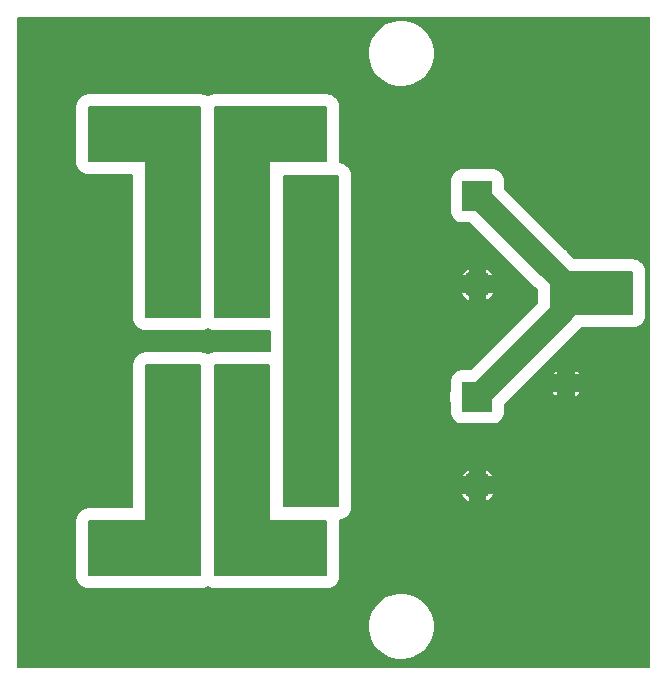
<source format=gbr>
%TF.GenerationSoftware,KiCad,Pcbnew,(6.0.0)*%
%TF.CreationDate,2024-03-29T19:30:21+00:00*%
%TF.ProjectId,Power_2Relais_TRX_PA,506f7765-725f-4325-9265-6c6169735f54,rev?*%
%TF.SameCoordinates,Original*%
%TF.FileFunction,Copper,L1,Top*%
%TF.FilePolarity,Positive*%
%FSLAX46Y46*%
G04 Gerber Fmt 4.6, Leading zero omitted, Abs format (unit mm)*
G04 Created by KiCad (PCBNEW (6.0.0)) date 2024-03-29 19:30:21*
%MOMM*%
%LPD*%
G01*
G04 APERTURE LIST*
%TA.AperFunction,NonConductor*%
%ADD10C,0.200000*%
%TD*%
%TA.AperFunction,ComponentPad*%
%ADD11R,2.500000X2.500000*%
%TD*%
%TA.AperFunction,ComponentPad*%
%ADD12O,2.500000X2.500000*%
%TD*%
%TA.AperFunction,ComponentPad*%
%ADD13R,2.200000X2.200000*%
%TD*%
%TA.AperFunction,ComponentPad*%
%ADD14O,2.200000X2.200000*%
%TD*%
%TA.AperFunction,ViaPad*%
%ADD15C,1.000000*%
%TD*%
%TA.AperFunction,Conductor*%
%ADD16C,0.200000*%
%TD*%
%TA.AperFunction,Conductor*%
%ADD17C,2.000000*%
%TD*%
G04 APERTURE END LIST*
D10*
X141224000Y-107188000D02*
X136652000Y-107188000D01*
X136652000Y-107188000D02*
X136652000Y-89662000D01*
X136652000Y-89662000D02*
X141224000Y-89662000D01*
X141224000Y-89662000D02*
X141224000Y-107188000D01*
G36*
X141224000Y-107188000D02*
G01*
X136652000Y-107188000D01*
X136652000Y-89662000D01*
X141224000Y-89662000D01*
X141224000Y-107188000D01*
G37*
X141224000Y-107188000D02*
X136652000Y-107188000D01*
X136652000Y-89662000D01*
X141224000Y-89662000D01*
X141224000Y-107188000D01*
X141224000Y-107442000D02*
X131826000Y-107442000D01*
X131826000Y-107442000D02*
X131826000Y-102870000D01*
X131826000Y-102870000D02*
X141224000Y-102870000D01*
X141224000Y-102870000D02*
X141224000Y-107442000D01*
G36*
X141224000Y-107442000D02*
G01*
X131826000Y-107442000D01*
X131826000Y-102870000D01*
X141224000Y-102870000D01*
X141224000Y-107442000D01*
G37*
X141224000Y-107442000D02*
X131826000Y-107442000D01*
X131826000Y-102870000D01*
X141224000Y-102870000D01*
X141224000Y-107442000D01*
X141224000Y-85598000D02*
X136652000Y-85598000D01*
X136652000Y-85598000D02*
X136652000Y-68072000D01*
X136652000Y-68072000D02*
X141224000Y-68072000D01*
X141224000Y-68072000D02*
X141224000Y-85598000D01*
G36*
X141224000Y-85598000D02*
G01*
X136652000Y-85598000D01*
X136652000Y-68072000D01*
X141224000Y-68072000D01*
X141224000Y-85598000D01*
G37*
X141224000Y-85598000D02*
X136652000Y-85598000D01*
X136652000Y-68072000D01*
X141224000Y-68072000D01*
X141224000Y-85598000D01*
X147066000Y-107188000D02*
X142494000Y-107188000D01*
X142494000Y-107188000D02*
X142494000Y-89662000D01*
X142494000Y-89662000D02*
X147066000Y-89662000D01*
X147066000Y-89662000D02*
X147066000Y-107188000D01*
G36*
X147066000Y-107188000D02*
G01*
X142494000Y-107188000D01*
X142494000Y-89662000D01*
X147066000Y-89662000D01*
X147066000Y-107188000D01*
G37*
X147066000Y-107188000D02*
X142494000Y-107188000D01*
X142494000Y-89662000D01*
X147066000Y-89662000D01*
X147066000Y-107188000D01*
X151892000Y-107442000D02*
X142494000Y-107442000D01*
X142494000Y-107442000D02*
X142494000Y-102870000D01*
X142494000Y-102870000D02*
X151892000Y-102870000D01*
X151892000Y-102870000D02*
X151892000Y-107442000D01*
G36*
X151892000Y-107442000D02*
G01*
X142494000Y-107442000D01*
X142494000Y-102870000D01*
X151892000Y-102870000D01*
X151892000Y-107442000D01*
G37*
X151892000Y-107442000D02*
X142494000Y-107442000D01*
X142494000Y-102870000D01*
X151892000Y-102870000D01*
X151892000Y-107442000D01*
X147066000Y-85598000D02*
X142494000Y-85598000D01*
X142494000Y-85598000D02*
X142494000Y-68072000D01*
X142494000Y-68072000D02*
X147066000Y-68072000D01*
X147066000Y-68072000D02*
X147066000Y-85598000D01*
G36*
X147066000Y-85598000D02*
G01*
X142494000Y-85598000D01*
X142494000Y-68072000D01*
X147066000Y-68072000D01*
X147066000Y-85598000D01*
G37*
X147066000Y-85598000D02*
X142494000Y-85598000D01*
X142494000Y-68072000D01*
X147066000Y-68072000D01*
X147066000Y-85598000D01*
X152908000Y-101600000D02*
X148336000Y-101600000D01*
X148336000Y-101600000D02*
X148336000Y-73660000D01*
X148336000Y-73660000D02*
X152908000Y-73660000D01*
X152908000Y-73660000D02*
X152908000Y-101600000D01*
G36*
X152908000Y-101600000D02*
G01*
X148336000Y-101600000D01*
X148336000Y-73660000D01*
X152908000Y-73660000D01*
X152908000Y-101600000D01*
G37*
X152908000Y-101600000D02*
X148336000Y-101600000D01*
X148336000Y-73660000D01*
X152908000Y-73660000D01*
X152908000Y-101600000D01*
X151892000Y-72390000D02*
X142494000Y-72390000D01*
X142494000Y-72390000D02*
X142494000Y-67818000D01*
X142494000Y-67818000D02*
X151892000Y-67818000D01*
X151892000Y-67818000D02*
X151892000Y-72390000D01*
G36*
X151892000Y-72390000D02*
G01*
X142494000Y-72390000D01*
X142494000Y-67818000D01*
X151892000Y-67818000D01*
X151892000Y-72390000D01*
G37*
X151892000Y-72390000D02*
X142494000Y-72390000D01*
X142494000Y-67818000D01*
X151892000Y-67818000D01*
X151892000Y-72390000D01*
X141224000Y-72390000D02*
X131826000Y-72390000D01*
X131826000Y-72390000D02*
X131826000Y-67818000D01*
X131826000Y-67818000D02*
X141224000Y-67818000D01*
X141224000Y-67818000D02*
X141224000Y-72390000D01*
G36*
X141224000Y-72390000D02*
G01*
X131826000Y-72390000D01*
X131826000Y-67818000D01*
X141224000Y-67818000D01*
X141224000Y-72390000D01*
G37*
X141224000Y-72390000D02*
X131826000Y-72390000D01*
X131826000Y-67818000D01*
X141224000Y-67818000D01*
X141224000Y-72390000D01*
X177800000Y-85344000D02*
X170942000Y-85344000D01*
X170942000Y-85344000D02*
X170942000Y-81788000D01*
X170942000Y-81788000D02*
X177800000Y-81788000D01*
X177800000Y-81788000D02*
X177800000Y-85344000D01*
G36*
X177800000Y-85344000D02*
G01*
X170942000Y-85344000D01*
X170942000Y-81788000D01*
X177800000Y-81788000D01*
X177800000Y-85344000D01*
G37*
X177800000Y-85344000D02*
X170942000Y-85344000D01*
X170942000Y-81788000D01*
X177800000Y-81788000D01*
X177800000Y-85344000D01*
D11*
%TO.P,RL1,1*%
%TO.N,+*%
X164691500Y-75306500D03*
D12*
%TO.P,RL1,2*%
%TO.N,Net-(RL1-Pad2)*%
X149691500Y-75306500D03*
%TO.P,RL1,3*%
%TO.N,Ant.*%
X144691500Y-75306500D03*
%TO.P,RL1,4*%
%TO.N,PAoutput*%
X139691500Y-75306500D03*
%TO.P,RL1,5*%
X139691500Y-82806500D03*
%TO.P,RL1,6*%
%TO.N,Ant.*%
X144691500Y-82806500D03*
%TO.P,RL1,7*%
%TO.N,Net-(RL1-Pad2)*%
X149691500Y-82806500D03*
%TO.P,RL1,8*%
%TO.N,-*%
X164691500Y-82806500D03*
%TD*%
D11*
%TO.P,RL2,1*%
%TO.N,+*%
X164691500Y-92324500D03*
D12*
%TO.P,RL2,2*%
%TO.N,Net-(RL1-Pad2)*%
X149691500Y-92324500D03*
%TO.P,RL2,3*%
%TO.N,TRX*%
X144691500Y-92324500D03*
%TO.P,RL2,4*%
%TO.N,PAinput*%
X139691500Y-92324500D03*
%TO.P,RL2,5*%
X139691500Y-99824500D03*
%TO.P,RL2,6*%
%TO.N,TRX*%
X144691500Y-99824500D03*
%TO.P,RL2,7*%
%TO.N,Net-(RL1-Pad2)*%
X149691500Y-99824500D03*
%TO.P,RL2,8*%
%TO.N,-*%
X164691500Y-99824500D03*
%TD*%
D13*
%TO.P,D1,1,K*%
%TO.N,+*%
X172212000Y-83566000D03*
D14*
%TO.P,D1,2,A*%
%TO.N,-*%
X172212000Y-91186000D03*
%TD*%
D15*
%TO.N,-*%
X127000000Y-64770000D03*
X170180000Y-61214000D03*
X167640000Y-61214000D03*
X149860000Y-62992000D03*
X139700000Y-110744000D03*
X137160000Y-110744000D03*
X149860000Y-61214000D03*
X144780000Y-64770000D03*
X167640000Y-112268000D03*
X144780000Y-112522000D03*
X127000000Y-62992000D03*
X132334000Y-110744000D03*
X132334000Y-62992000D03*
X170180000Y-114046000D03*
X137160000Y-62992000D03*
X149860000Y-64770000D03*
X149860000Y-110744000D03*
X129794000Y-62992000D03*
X165100000Y-114046000D03*
X127000000Y-110744000D03*
X172720000Y-114046000D03*
X175260000Y-64770000D03*
X167640000Y-64770000D03*
X170180000Y-112268000D03*
X142240000Y-64770000D03*
X147320000Y-110744000D03*
X127000000Y-114300000D03*
X132334000Y-61214000D03*
X144780000Y-114300000D03*
X152400000Y-62992000D03*
X142240000Y-62992000D03*
X132334000Y-64770000D03*
X137160000Y-112522000D03*
X165100000Y-64770000D03*
X152400000Y-114300000D03*
X175260000Y-114046000D03*
X139700000Y-62992000D03*
X149860000Y-114300000D03*
X137160000Y-114300000D03*
X137160000Y-61214000D03*
X134620000Y-112522000D03*
X142240000Y-112522000D03*
X129794000Y-112522000D03*
X172720000Y-64770000D03*
X129794000Y-110744000D03*
X167640000Y-114046000D03*
X129794000Y-61214000D03*
X147320000Y-112522000D03*
X127000000Y-112522000D03*
X127000000Y-61214000D03*
X175260000Y-61214000D03*
X144780000Y-110744000D03*
X142240000Y-61214000D03*
X132334000Y-114300000D03*
X129794000Y-114300000D03*
X137160000Y-64770000D03*
X175260000Y-110744000D03*
X172720000Y-110744000D03*
X139700000Y-114300000D03*
X149860000Y-112522000D03*
X129794000Y-64770000D03*
X172720000Y-62992000D03*
X165100000Y-112268000D03*
X177800000Y-114046000D03*
X134620000Y-61214000D03*
X139700000Y-61214000D03*
X175260000Y-62992000D03*
X134620000Y-64770000D03*
X172720000Y-112268000D03*
X177800000Y-62992000D03*
X177800000Y-61214000D03*
X167640000Y-62992000D03*
X134620000Y-62992000D03*
X177800000Y-112268000D03*
X165100000Y-61214000D03*
X152400000Y-61214000D03*
X144780000Y-62992000D03*
X165100000Y-62992000D03*
X147320000Y-114300000D03*
X147320000Y-61214000D03*
X175260000Y-112268000D03*
X147320000Y-62992000D03*
X132334000Y-112522000D03*
X172720000Y-61214000D03*
X144780000Y-61214000D03*
X134620000Y-114300000D03*
X177800000Y-110744000D03*
X167640000Y-110744000D03*
X142240000Y-114300000D03*
X142240000Y-110744000D03*
X134620000Y-110744000D03*
X152400000Y-112522000D03*
X170180000Y-62992000D03*
X165100000Y-110744000D03*
X170180000Y-110744000D03*
X152400000Y-64770000D03*
X170180000Y-64770000D03*
X177800000Y-64770000D03*
X147320000Y-64770000D03*
X152400000Y-110744000D03*
X139700000Y-64770000D03*
X139700000Y-112522000D03*
%TD*%
D16*
%TO.N,-*%
X171958000Y-90932000D02*
X172212000Y-91186000D01*
%TO.N,+*%
X164691500Y-92324500D02*
X164723500Y-92324500D01*
X172212000Y-82804000D02*
X172212000Y-83566000D01*
D17*
X164723500Y-92324500D02*
X172212000Y-84836000D01*
X170942000Y-81534000D02*
X172212000Y-82804000D01*
X172212000Y-84836000D02*
X172212000Y-83566000D01*
D16*
X172212000Y-85090000D02*
X172212000Y-84836000D01*
X164691500Y-92324500D02*
X164977500Y-92324500D01*
D17*
X164691500Y-75306500D02*
X170919000Y-81534000D01*
D16*
X163444500Y-92324500D02*
X164691500Y-92324500D01*
X170919000Y-81534000D02*
X170942000Y-81534000D01*
%TD*%
%TA.AperFunction,Conductor*%
%TO.N,-*%
G36*
X179282121Y-60202002D02*
G01*
X179328614Y-60255658D01*
X179340000Y-60308000D01*
X179340000Y-115206000D01*
X179319998Y-115274121D01*
X179266342Y-115320614D01*
X179214000Y-115332000D01*
X125840000Y-115332000D01*
X125771879Y-115311998D01*
X125725386Y-115258342D01*
X125714000Y-115206000D01*
X125714000Y-111745572D01*
X155486511Y-111745572D01*
X155504735Y-112076712D01*
X155562608Y-112403265D01*
X155563713Y-112406890D01*
X155563714Y-112406895D01*
X155639475Y-112655471D01*
X155659294Y-112720500D01*
X155793391Y-113023821D01*
X155795332Y-113027083D01*
X155961017Y-113305576D01*
X155961021Y-113305582D01*
X155962957Y-113308836D01*
X156165536Y-113571415D01*
X156398193Y-113807756D01*
X156657558Y-114014434D01*
X156939874Y-114188455D01*
X156943321Y-114190044D01*
X157237607Y-114325713D01*
X157237617Y-114325717D01*
X157241051Y-114327300D01*
X157244651Y-114328459D01*
X157244658Y-114328462D01*
X157553119Y-114427795D01*
X157553122Y-114427796D01*
X157556728Y-114428957D01*
X157560444Y-114429676D01*
X157560452Y-114429678D01*
X157878613Y-114491234D01*
X157878622Y-114491235D01*
X157882332Y-114491953D01*
X157886108Y-114492220D01*
X157886113Y-114492221D01*
X157984748Y-114499205D01*
X158144279Y-114510500D01*
X158325386Y-114510500D01*
X158327252Y-114510388D01*
X158327269Y-114510387D01*
X158569262Y-114495798D01*
X158569266Y-114495798D01*
X158573040Y-114495570D01*
X158576762Y-114494890D01*
X158576764Y-114494890D01*
X158650632Y-114481399D01*
X158899285Y-114435987D01*
X159216009Y-114337641D01*
X159518625Y-114201958D01*
X159802748Y-114030902D01*
X159805732Y-114028575D01*
X159805739Y-114028570D01*
X160061268Y-113829287D01*
X160061270Y-113829285D01*
X160064263Y-113826951D01*
X160299382Y-113593060D01*
X160504699Y-113332617D01*
X160677240Y-113049393D01*
X160732021Y-112928909D01*
X160812937Y-112750945D01*
X160812940Y-112750937D01*
X160814506Y-112747493D01*
X160914509Y-112431288D01*
X160975799Y-112105359D01*
X160997489Y-111774428D01*
X160979265Y-111443288D01*
X160921392Y-111116735D01*
X160912852Y-111088712D01*
X160825815Y-110803139D01*
X160824706Y-110799500D01*
X160690609Y-110496179D01*
X160625004Y-110385907D01*
X160522983Y-110214424D01*
X160522979Y-110214418D01*
X160521043Y-110211164D01*
X160318464Y-109948585D01*
X160085807Y-109712244D01*
X159826442Y-109505566D01*
X159544126Y-109331545D01*
X159506173Y-109314049D01*
X159246393Y-109194287D01*
X159246383Y-109194283D01*
X159242949Y-109192700D01*
X159239349Y-109191541D01*
X159239342Y-109191538D01*
X158930881Y-109092205D01*
X158930878Y-109092204D01*
X158927272Y-109091043D01*
X158923556Y-109090324D01*
X158923548Y-109090322D01*
X158605387Y-109028766D01*
X158605378Y-109028765D01*
X158601668Y-109028047D01*
X158597892Y-109027780D01*
X158597887Y-109027779D01*
X158499252Y-109020795D01*
X158339721Y-109009500D01*
X158158614Y-109009500D01*
X158156748Y-109009612D01*
X158156731Y-109009613D01*
X157914738Y-109024202D01*
X157914734Y-109024202D01*
X157910960Y-109024430D01*
X157907238Y-109025110D01*
X157907236Y-109025110D01*
X157891155Y-109028047D01*
X157584715Y-109084013D01*
X157267991Y-109182359D01*
X156965375Y-109318042D01*
X156681252Y-109489098D01*
X156678268Y-109491425D01*
X156678261Y-109491430D01*
X156657103Y-109507931D01*
X156419737Y-109693049D01*
X156184618Y-109926940D01*
X155979301Y-110187383D01*
X155806760Y-110470607D01*
X155795133Y-110496179D01*
X155671063Y-110769055D01*
X155671060Y-110769063D01*
X155669494Y-110772507D01*
X155569491Y-111088712D01*
X155508201Y-111414641D01*
X155486511Y-111745572D01*
X125714000Y-111745572D01*
X125714000Y-107388021D01*
X130722315Y-107388021D01*
X130723627Y-107416365D01*
X130725865Y-107464718D01*
X130726000Y-107470544D01*
X130726000Y-107494447D01*
X130726284Y-107497419D01*
X130726284Y-107497429D01*
X130728119Y-107516661D01*
X130728553Y-107522800D01*
X130732020Y-107597696D01*
X130736273Y-107615346D01*
X130739208Y-107632885D01*
X130740932Y-107650951D01*
X130742620Y-107656705D01*
X130762041Y-107722909D01*
X130763629Y-107728855D01*
X130781198Y-107801754D01*
X130783680Y-107807214D01*
X130783682Y-107807218D01*
X130788705Y-107818263D01*
X130794911Y-107834948D01*
X130800019Y-107852363D01*
X130802768Y-107857700D01*
X130802769Y-107857703D01*
X130834359Y-107919039D01*
X130837044Y-107924580D01*
X130865593Y-107987371D01*
X130865595Y-107987375D01*
X130868076Y-107992831D01*
X130878574Y-108007630D01*
X130887815Y-108022830D01*
X130893379Y-108033633D01*
X130896127Y-108038968D01*
X130899831Y-108043683D01*
X130899832Y-108043685D01*
X130942454Y-108097944D01*
X130946127Y-108102864D01*
X130989517Y-108164032D01*
X130993846Y-108168176D01*
X130993852Y-108168183D01*
X131002625Y-108176581D01*
X131014573Y-108189757D01*
X131025787Y-108204032D01*
X131030317Y-108207963D01*
X131030318Y-108207964D01*
X131082430Y-108253185D01*
X131086962Y-108257316D01*
X131141142Y-108309181D01*
X131146180Y-108312434D01*
X131156386Y-108319024D01*
X131170613Y-108329706D01*
X131184321Y-108341601D01*
X131249224Y-108379149D01*
X131254468Y-108382356D01*
X131312433Y-108419784D01*
X131312439Y-108419787D01*
X131317477Y-108423040D01*
X131323039Y-108425282D01*
X131323040Y-108425282D01*
X131334309Y-108429824D01*
X131350302Y-108437625D01*
X131360807Y-108443702D01*
X131360814Y-108443705D01*
X131366008Y-108446710D01*
X131419343Y-108465231D01*
X131436860Y-108471314D01*
X131442625Y-108473476D01*
X131506600Y-108499259D01*
X131506605Y-108499260D01*
X131512162Y-108501500D01*
X131529973Y-108504978D01*
X131547152Y-108509614D01*
X131564293Y-108515566D01*
X131570226Y-108516426D01*
X131570229Y-108516427D01*
X131611845Y-108522461D01*
X131638520Y-108526328D01*
X131644562Y-108527355D01*
X131681532Y-108534575D01*
X131713725Y-108540862D01*
X131713728Y-108540862D01*
X131718171Y-108541730D01*
X131723691Y-108542000D01*
X131737520Y-108542000D01*
X131755598Y-108543304D01*
X131762427Y-108544294D01*
X131766082Y-108544824D01*
X131766083Y-108544824D01*
X131772021Y-108545685D01*
X131848719Y-108542135D01*
X131854544Y-108542000D01*
X141135520Y-108542000D01*
X141153598Y-108543304D01*
X141160427Y-108544294D01*
X141164082Y-108544824D01*
X141164083Y-108544824D01*
X141170021Y-108545685D01*
X141246719Y-108542135D01*
X141252544Y-108542000D01*
X141276447Y-108542000D01*
X141279419Y-108541716D01*
X141279429Y-108541716D01*
X141298661Y-108539881D01*
X141304800Y-108539447D01*
X141311068Y-108539157D01*
X141379696Y-108535980D01*
X141397346Y-108531727D01*
X141414885Y-108528792D01*
X141415224Y-108528760D01*
X141432951Y-108527068D01*
X141439527Y-108525139D01*
X141504909Y-108505959D01*
X141510855Y-108504371D01*
X141532066Y-108499259D01*
X141583754Y-108486802D01*
X141589214Y-108484320D01*
X141589218Y-108484318D01*
X141595620Y-108481407D01*
X141600267Y-108479293D01*
X141616948Y-108473089D01*
X141634363Y-108467981D01*
X141639700Y-108465232D01*
X141639703Y-108465231D01*
X141701039Y-108433641D01*
X141706580Y-108430956D01*
X141769371Y-108402407D01*
X141769375Y-108402405D01*
X141774831Y-108399924D01*
X141788569Y-108390179D01*
X141855700Y-108367082D01*
X141929814Y-108387099D01*
X141985477Y-108423040D01*
X141991039Y-108425282D01*
X141991040Y-108425282D01*
X142002309Y-108429824D01*
X142018302Y-108437625D01*
X142028807Y-108443702D01*
X142028814Y-108443705D01*
X142034008Y-108446710D01*
X142087343Y-108465231D01*
X142104860Y-108471314D01*
X142110625Y-108473476D01*
X142174600Y-108499259D01*
X142174605Y-108499260D01*
X142180162Y-108501500D01*
X142197973Y-108504978D01*
X142215152Y-108509614D01*
X142232293Y-108515566D01*
X142238226Y-108516426D01*
X142238229Y-108516427D01*
X142279845Y-108522461D01*
X142306520Y-108526328D01*
X142312562Y-108527355D01*
X142349532Y-108534575D01*
X142381725Y-108540862D01*
X142381728Y-108540862D01*
X142386171Y-108541730D01*
X142391691Y-108542000D01*
X142405520Y-108542000D01*
X142423598Y-108543304D01*
X142430427Y-108544294D01*
X142434082Y-108544824D01*
X142434083Y-108544824D01*
X142440021Y-108545685D01*
X142516719Y-108542135D01*
X142522544Y-108542000D01*
X151803520Y-108542000D01*
X151821598Y-108543304D01*
X151828427Y-108544294D01*
X151832082Y-108544824D01*
X151832083Y-108544824D01*
X151838021Y-108545685D01*
X151914719Y-108542135D01*
X151920544Y-108542000D01*
X151944447Y-108542000D01*
X151947419Y-108541716D01*
X151947429Y-108541716D01*
X151966661Y-108539881D01*
X151972800Y-108539447D01*
X151979068Y-108539157D01*
X152047696Y-108535980D01*
X152065346Y-108531727D01*
X152082885Y-108528792D01*
X152083224Y-108528760D01*
X152100951Y-108527068D01*
X152107527Y-108525139D01*
X152172909Y-108505959D01*
X152178855Y-108504371D01*
X152200066Y-108499259D01*
X152251754Y-108486802D01*
X152257214Y-108484320D01*
X152257218Y-108484318D01*
X152263620Y-108481407D01*
X152268267Y-108479293D01*
X152284948Y-108473089D01*
X152302363Y-108467981D01*
X152307700Y-108465232D01*
X152307703Y-108465231D01*
X152369039Y-108433641D01*
X152374580Y-108430956D01*
X152437371Y-108402407D01*
X152437375Y-108402405D01*
X152442831Y-108399924D01*
X152457630Y-108389426D01*
X152472830Y-108380185D01*
X152483633Y-108374621D01*
X152483636Y-108374619D01*
X152488968Y-108371873D01*
X152495068Y-108367082D01*
X152532510Y-108337670D01*
X152547954Y-108325539D01*
X152552864Y-108321873D01*
X152614032Y-108278483D01*
X152618176Y-108274154D01*
X152618183Y-108274148D01*
X152626581Y-108265375D01*
X152639757Y-108253427D01*
X152654032Y-108242213D01*
X152703185Y-108185570D01*
X152707316Y-108181038D01*
X152759181Y-108126858D01*
X152769024Y-108111614D01*
X152779706Y-108097387D01*
X152782328Y-108094366D01*
X152791601Y-108083679D01*
X152829149Y-108018776D01*
X152832356Y-108013532D01*
X152869784Y-107955567D01*
X152869788Y-107955560D01*
X152873040Y-107950523D01*
X152875282Y-107944960D01*
X152879824Y-107933691D01*
X152887625Y-107917698D01*
X152893702Y-107907193D01*
X152893705Y-107907186D01*
X152896710Y-107901992D01*
X152921314Y-107831139D01*
X152923476Y-107825375D01*
X152949259Y-107761400D01*
X152949260Y-107761395D01*
X152951500Y-107755838D01*
X152954978Y-107738027D01*
X152959614Y-107720846D01*
X152963598Y-107709373D01*
X152965566Y-107703707D01*
X152976328Y-107629480D01*
X152977355Y-107623438D01*
X152991730Y-107549829D01*
X152992000Y-107544309D01*
X152992000Y-107530480D01*
X152993304Y-107512399D01*
X152994824Y-107501918D01*
X152994824Y-107501917D01*
X152995685Y-107495979D01*
X152992135Y-107419281D01*
X152992000Y-107413456D01*
X152992000Y-102958480D01*
X152993304Y-102940399D01*
X152994824Y-102929918D01*
X152994824Y-102929917D01*
X152995685Y-102923979D01*
X152992135Y-102847281D01*
X152992000Y-102841456D01*
X152992000Y-102817553D01*
X152991960Y-102817137D01*
X153008597Y-102748564D01*
X153059981Y-102699572D01*
X153105748Y-102686137D01*
X153106546Y-102686061D01*
X153110982Y-102685638D01*
X153110986Y-102685637D01*
X153116951Y-102685068D01*
X153125664Y-102682512D01*
X153188909Y-102663959D01*
X153194855Y-102662371D01*
X153204263Y-102660104D01*
X153267754Y-102644802D01*
X153273214Y-102642320D01*
X153273218Y-102642318D01*
X153279620Y-102639407D01*
X153284267Y-102637293D01*
X153300948Y-102631089D01*
X153318363Y-102625981D01*
X153323700Y-102623232D01*
X153323703Y-102623231D01*
X153385039Y-102591641D01*
X153390580Y-102588956D01*
X153453371Y-102560407D01*
X153453375Y-102560405D01*
X153458831Y-102557924D01*
X153473630Y-102547426D01*
X153488830Y-102538185D01*
X153499633Y-102532621D01*
X153499636Y-102532619D01*
X153504968Y-102529873D01*
X153563954Y-102483539D01*
X153568864Y-102479873D01*
X153630032Y-102436483D01*
X153634176Y-102432154D01*
X153634183Y-102432148D01*
X153642581Y-102423375D01*
X153655757Y-102411427D01*
X153670032Y-102400213D01*
X153673964Y-102395682D01*
X153719185Y-102343570D01*
X153723316Y-102339038D01*
X153775181Y-102284858D01*
X153785024Y-102269614D01*
X153795706Y-102255387D01*
X153798328Y-102252366D01*
X153807601Y-102241679D01*
X153845149Y-102176776D01*
X153848356Y-102171532D01*
X153885784Y-102113567D01*
X153885788Y-102113560D01*
X153889040Y-102108523D01*
X153891282Y-102102960D01*
X153895824Y-102091691D01*
X153903625Y-102075698D01*
X153909702Y-102065193D01*
X153909705Y-102065186D01*
X153912710Y-102059992D01*
X153937314Y-101989139D01*
X153939476Y-101983375D01*
X153965259Y-101919400D01*
X153965260Y-101919395D01*
X153967500Y-101913838D01*
X153970978Y-101896027D01*
X153975614Y-101878846D01*
X153979598Y-101867373D01*
X153981566Y-101861707D01*
X153985236Y-101836400D01*
X153992327Y-101787488D01*
X153993355Y-101781438D01*
X154007730Y-101707829D01*
X154008000Y-101702309D01*
X154008000Y-101688480D01*
X154009304Y-101670399D01*
X154010824Y-101659918D01*
X154010824Y-101659917D01*
X154011685Y-101653979D01*
X154008135Y-101577281D01*
X154008000Y-101571456D01*
X154008000Y-100579239D01*
X163391641Y-100579239D01*
X163393890Y-100585471D01*
X163468389Y-100707041D01*
X163474189Y-100715025D01*
X163621515Y-100887521D01*
X163628479Y-100894485D01*
X163800975Y-101041811D01*
X163808959Y-101047611D01*
X163926053Y-101119367D01*
X163939666Y-101123050D01*
X163940162Y-101122452D01*
X163941500Y-101115969D01*
X163941500Y-101110718D01*
X165441500Y-101110718D01*
X165445473Y-101124249D01*
X165446239Y-101124359D01*
X165452471Y-101122110D01*
X165574041Y-101047611D01*
X165582025Y-101041811D01*
X165754521Y-100894485D01*
X165761485Y-100887521D01*
X165908811Y-100715025D01*
X165914611Y-100707041D01*
X165986367Y-100589947D01*
X165990050Y-100576334D01*
X165989452Y-100575838D01*
X165982969Y-100574500D01*
X165459615Y-100574500D01*
X165444376Y-100578975D01*
X165443171Y-100580365D01*
X165441500Y-100588048D01*
X165441500Y-101110718D01*
X163941500Y-101110718D01*
X163941500Y-100592615D01*
X163937025Y-100577376D01*
X163935635Y-100576171D01*
X163927952Y-100574500D01*
X163405282Y-100574500D01*
X163391751Y-100578473D01*
X163391641Y-100579239D01*
X154008000Y-100579239D01*
X154008000Y-99072666D01*
X163392950Y-99072666D01*
X163393548Y-99073162D01*
X163400031Y-99074500D01*
X163923385Y-99074500D01*
X163938624Y-99070025D01*
X163939829Y-99068635D01*
X163941500Y-99060952D01*
X163941500Y-99056385D01*
X165441500Y-99056385D01*
X165445975Y-99071624D01*
X165447365Y-99072829D01*
X165455048Y-99074500D01*
X165977718Y-99074500D01*
X165991249Y-99070527D01*
X165991359Y-99069761D01*
X165989110Y-99063529D01*
X165914611Y-98941959D01*
X165908811Y-98933975D01*
X165761485Y-98761479D01*
X165754521Y-98754515D01*
X165582025Y-98607189D01*
X165574041Y-98601389D01*
X165456947Y-98529633D01*
X165443334Y-98525950D01*
X165442838Y-98526548D01*
X165441500Y-98533031D01*
X165441500Y-99056385D01*
X163941500Y-99056385D01*
X163941500Y-98538282D01*
X163937527Y-98524751D01*
X163936761Y-98524641D01*
X163930529Y-98526890D01*
X163808959Y-98601389D01*
X163800975Y-98607189D01*
X163628479Y-98754515D01*
X163621515Y-98761479D01*
X163474189Y-98933975D01*
X163468389Y-98941959D01*
X163396633Y-99059053D01*
X163392950Y-99072666D01*
X154008000Y-99072666D01*
X154008000Y-92270496D01*
X162340314Y-92270496D01*
X162350023Y-92480267D01*
X162399224Y-92684418D01*
X162401706Y-92689876D01*
X162401707Y-92689880D01*
X162429701Y-92751449D01*
X162441000Y-92803600D01*
X162441000Y-93632316D01*
X162451734Y-93752587D01*
X162507759Y-93947970D01*
X162601927Y-94128096D01*
X162730391Y-94285609D01*
X162887904Y-94414073D01*
X163068030Y-94508241D01*
X163263413Y-94564266D01*
X163295045Y-94567089D01*
X163380891Y-94574751D01*
X163380897Y-94574751D01*
X163383684Y-94575000D01*
X165999316Y-94575000D01*
X166002103Y-94574751D01*
X166002109Y-94574751D01*
X166087955Y-94567089D01*
X166119587Y-94564266D01*
X166314970Y-94508241D01*
X166495096Y-94414073D01*
X166652609Y-94285609D01*
X166781073Y-94128096D01*
X166875241Y-93947970D01*
X166931266Y-93752587D01*
X166942000Y-93632316D01*
X166942000Y-92987325D01*
X166962002Y-92919204D01*
X166978905Y-92898230D01*
X167936394Y-91940741D01*
X171087982Y-91940741D01*
X171090228Y-91946965D01*
X171112934Y-91984019D01*
X171119012Y-91992323D01*
X171258025Y-92152804D01*
X171265387Y-92160014D01*
X171428736Y-92295628D01*
X171437183Y-92301543D01*
X171446359Y-92306905D01*
X171460046Y-92310301D01*
X171460965Y-92309145D01*
X171462000Y-92303849D01*
X171462000Y-92296158D01*
X172962000Y-92296158D01*
X172965751Y-92308931D01*
X172974284Y-92305511D01*
X173084742Y-92226722D01*
X173092603Y-92220078D01*
X173242995Y-92070210D01*
X173249672Y-92062365D01*
X173329903Y-91950712D01*
X173334290Y-91938208D01*
X173325273Y-91936000D01*
X172980115Y-91936000D01*
X172964876Y-91940475D01*
X172963671Y-91941865D01*
X172962000Y-91949548D01*
X172962000Y-92296158D01*
X171462000Y-92296158D01*
X171462000Y-91954115D01*
X171457525Y-91938876D01*
X171456135Y-91937671D01*
X171448452Y-91936000D01*
X171101623Y-91936000D01*
X171088092Y-91939973D01*
X171087982Y-91940741D01*
X167936394Y-91940741D01*
X169443089Y-90434046D01*
X171090495Y-90434046D01*
X171098918Y-90436000D01*
X171443885Y-90436000D01*
X171459124Y-90431525D01*
X171460329Y-90430135D01*
X171462000Y-90422452D01*
X171462000Y-90417885D01*
X172962000Y-90417885D01*
X172966475Y-90433124D01*
X172967865Y-90434329D01*
X172975548Y-90436000D01*
X173321408Y-90436000D01*
X173334918Y-90432033D01*
X173332112Y-90424544D01*
X173291246Y-90361375D01*
X173284955Y-90353206D01*
X173142068Y-90196176D01*
X173134535Y-90189151D01*
X172971995Y-90060785D01*
X172964093Y-90059027D01*
X172962714Y-90060852D01*
X172962000Y-90064756D01*
X172962000Y-90417885D01*
X171462000Y-90417885D01*
X171462000Y-90073974D01*
X171458374Y-90061626D01*
X171449306Y-90065390D01*
X171314098Y-90166907D01*
X171306391Y-90173750D01*
X171159709Y-90327243D01*
X171153223Y-90335253D01*
X171094707Y-90421034D01*
X171090495Y-90434046D01*
X169443089Y-90434046D01*
X173396229Y-86480905D01*
X173458541Y-86446879D01*
X173485324Y-86444000D01*
X177711520Y-86444000D01*
X177729598Y-86445304D01*
X177736427Y-86446294D01*
X177740082Y-86446824D01*
X177740083Y-86446824D01*
X177746021Y-86447685D01*
X177822719Y-86444135D01*
X177828544Y-86444000D01*
X177852447Y-86444000D01*
X177855419Y-86443716D01*
X177855429Y-86443716D01*
X177874661Y-86441881D01*
X177880800Y-86441447D01*
X177887068Y-86441157D01*
X177955696Y-86437980D01*
X177973346Y-86433727D01*
X177990885Y-86430792D01*
X177991224Y-86430760D01*
X178008951Y-86429068D01*
X178015527Y-86427139D01*
X178080909Y-86407959D01*
X178086855Y-86406371D01*
X178096263Y-86404104D01*
X178159754Y-86388802D01*
X178165214Y-86386320D01*
X178165218Y-86386318D01*
X178171620Y-86383407D01*
X178176267Y-86381293D01*
X178192948Y-86375089D01*
X178210363Y-86369981D01*
X178215700Y-86367232D01*
X178215703Y-86367231D01*
X178277039Y-86335641D01*
X178282580Y-86332956D01*
X178345371Y-86304407D01*
X178345375Y-86304405D01*
X178350831Y-86301924D01*
X178365630Y-86291426D01*
X178380830Y-86282185D01*
X178391633Y-86276621D01*
X178391636Y-86276619D01*
X178396968Y-86273873D01*
X178455954Y-86227539D01*
X178460864Y-86223873D01*
X178522032Y-86180483D01*
X178526176Y-86176154D01*
X178526183Y-86176148D01*
X178534581Y-86167375D01*
X178547757Y-86155427D01*
X178562032Y-86144213D01*
X178611185Y-86087570D01*
X178615316Y-86083038D01*
X178667181Y-86028858D01*
X178670434Y-86023820D01*
X178677024Y-86013614D01*
X178687706Y-85999387D01*
X178690328Y-85996366D01*
X178699601Y-85985679D01*
X178737149Y-85920776D01*
X178740356Y-85915532D01*
X178777784Y-85857567D01*
X178777788Y-85857560D01*
X178781040Y-85852523D01*
X178783282Y-85846960D01*
X178787824Y-85835691D01*
X178795625Y-85819698D01*
X178801702Y-85809193D01*
X178801705Y-85809186D01*
X178804710Y-85803992D01*
X178829314Y-85733139D01*
X178831476Y-85727375D01*
X178857259Y-85663400D01*
X178857260Y-85663395D01*
X178859500Y-85657838D01*
X178862978Y-85640027D01*
X178867614Y-85622846D01*
X178871598Y-85611373D01*
X178873566Y-85605707D01*
X178884328Y-85531480D01*
X178885355Y-85525438D01*
X178899730Y-85451829D01*
X178900000Y-85446309D01*
X178900000Y-85432480D01*
X178901304Y-85414399D01*
X178902824Y-85403918D01*
X178902824Y-85403917D01*
X178903685Y-85397979D01*
X178900135Y-85321281D01*
X178900000Y-85315456D01*
X178900000Y-81876480D01*
X178901304Y-81858399D01*
X178902824Y-81847918D01*
X178902824Y-81847917D01*
X178903685Y-81841979D01*
X178900135Y-81765281D01*
X178900000Y-81759456D01*
X178900000Y-81735553D01*
X178897881Y-81713339D01*
X178897447Y-81707200D01*
X178894257Y-81638296D01*
X178893980Y-81632304D01*
X178889727Y-81614654D01*
X178886792Y-81597115D01*
X178886760Y-81596776D01*
X178885068Y-81579049D01*
X178883139Y-81572473D01*
X178863959Y-81507091D01*
X178862371Y-81501145D01*
X178846207Y-81434077D01*
X178844802Y-81428246D01*
X178837293Y-81411733D01*
X178831089Y-81395052D01*
X178825981Y-81377637D01*
X178823231Y-81372297D01*
X178791641Y-81310961D01*
X178788956Y-81305420D01*
X178760407Y-81242629D01*
X178760405Y-81242625D01*
X178757924Y-81237169D01*
X178747426Y-81222370D01*
X178738185Y-81207170D01*
X178732621Y-81196367D01*
X178732619Y-81196364D01*
X178729873Y-81191032D01*
X178683539Y-81132046D01*
X178679873Y-81127136D01*
X178636483Y-81065968D01*
X178632154Y-81061824D01*
X178632148Y-81061817D01*
X178623375Y-81053419D01*
X178611427Y-81040243D01*
X178600213Y-81025968D01*
X178543570Y-80976815D01*
X178539038Y-80972684D01*
X178484858Y-80920819D01*
X178469614Y-80910976D01*
X178455387Y-80900294D01*
X178452366Y-80897672D01*
X178441679Y-80888399D01*
X178376776Y-80850851D01*
X178371532Y-80847644D01*
X178313567Y-80810216D01*
X178313560Y-80810212D01*
X178308523Y-80806960D01*
X178302960Y-80804718D01*
X178291691Y-80800176D01*
X178275698Y-80792375D01*
X178265193Y-80786298D01*
X178265186Y-80786295D01*
X178259992Y-80783290D01*
X178189139Y-80758686D01*
X178183375Y-80756524D01*
X178119400Y-80730741D01*
X178119395Y-80730740D01*
X178113838Y-80728500D01*
X178096027Y-80725022D01*
X178078846Y-80720386D01*
X178061707Y-80714434D01*
X178055774Y-80713574D01*
X178055771Y-80713573D01*
X178014155Y-80707539D01*
X177987480Y-80703672D01*
X177981438Y-80702645D01*
X177932873Y-80693161D01*
X177912275Y-80689138D01*
X177912272Y-80689138D01*
X177907829Y-80688270D01*
X177902309Y-80688000D01*
X177888480Y-80688000D01*
X177870402Y-80686696D01*
X177863573Y-80685706D01*
X177859918Y-80685176D01*
X177859917Y-80685176D01*
X177853979Y-80684315D01*
X177777282Y-80687865D01*
X177771456Y-80688000D01*
X172977324Y-80688000D01*
X172909203Y-80667998D01*
X172888229Y-80651095D01*
X172305535Y-80068401D01*
X172303860Y-80066947D01*
X172303853Y-80066941D01*
X172149567Y-79933059D01*
X172149568Y-79933059D01*
X172146209Y-79930145D01*
X172144951Y-79929333D01*
X172133735Y-79919600D01*
X166978905Y-74764771D01*
X166944879Y-74702459D01*
X166942000Y-74675676D01*
X166942000Y-73998684D01*
X166931266Y-73878413D01*
X166875241Y-73683030D01*
X166801950Y-73542838D01*
X166784029Y-73508558D01*
X166784028Y-73508557D01*
X166781073Y-73502904D01*
X166773328Y-73493407D01*
X166656638Y-73350331D01*
X166652609Y-73345391D01*
X166587887Y-73292605D01*
X166500040Y-73220959D01*
X166500039Y-73220958D01*
X166495096Y-73216927D01*
X166464985Y-73201185D01*
X166419526Y-73177420D01*
X166314970Y-73122759D01*
X166119587Y-73066734D01*
X166087955Y-73063911D01*
X166002109Y-73056249D01*
X166002103Y-73056249D01*
X165999316Y-73056000D01*
X163383684Y-73056000D01*
X163380897Y-73056249D01*
X163380891Y-73056249D01*
X163295045Y-73063911D01*
X163263413Y-73066734D01*
X163068030Y-73122759D01*
X162963474Y-73177420D01*
X162918016Y-73201185D01*
X162887904Y-73216927D01*
X162882961Y-73220958D01*
X162882960Y-73220959D01*
X162795113Y-73292605D01*
X162730391Y-73345391D01*
X162726362Y-73350331D01*
X162609673Y-73493407D01*
X162601927Y-73502904D01*
X162598972Y-73508557D01*
X162598971Y-73508558D01*
X162581050Y-73542838D01*
X162507759Y-73683030D01*
X162451734Y-73878413D01*
X162441000Y-73998684D01*
X162441000Y-76614316D01*
X162451734Y-76734587D01*
X162507759Y-76929970D01*
X162601927Y-77110096D01*
X162730391Y-77267609D01*
X162887904Y-77396073D01*
X163068030Y-77490241D01*
X163263413Y-77546266D01*
X163295045Y-77549089D01*
X163380891Y-77556751D01*
X163380897Y-77556751D01*
X163383684Y-77557000D01*
X164060675Y-77557000D01*
X164128796Y-77577002D01*
X164149770Y-77593905D01*
X169555465Y-82999599D01*
X169628839Y-83063269D01*
X169711432Y-83134940D01*
X169711437Y-83134944D01*
X169714792Y-83137855D01*
X169716051Y-83138668D01*
X169727264Y-83148399D01*
X169805095Y-83226230D01*
X169839121Y-83288542D01*
X169842000Y-83315325D01*
X169842000Y-84324676D01*
X169821998Y-84392797D01*
X169805095Y-84413771D01*
X164181771Y-90037095D01*
X164119459Y-90071121D01*
X164092676Y-90074000D01*
X163383684Y-90074000D01*
X163380897Y-90074249D01*
X163380891Y-90074249D01*
X163295045Y-90081911D01*
X163263413Y-90084734D01*
X163068030Y-90140759D01*
X162887904Y-90234927D01*
X162730391Y-90363391D01*
X162726362Y-90368331D01*
X162672536Y-90434329D01*
X162601927Y-90520904D01*
X162507759Y-90701030D01*
X162451734Y-90896413D01*
X162441000Y-91016684D01*
X162441000Y-91838246D01*
X162434028Y-91879579D01*
X162409327Y-91950712D01*
X162370447Y-92062674D01*
X162369586Y-92068609D01*
X162369586Y-92068611D01*
X162357379Y-92152804D01*
X162340314Y-92270496D01*
X154008000Y-92270496D01*
X154008000Y-83561239D01*
X163391641Y-83561239D01*
X163393890Y-83567471D01*
X163468389Y-83689041D01*
X163474189Y-83697025D01*
X163621515Y-83869521D01*
X163628479Y-83876485D01*
X163800975Y-84023811D01*
X163808959Y-84029611D01*
X163926053Y-84101367D01*
X163939666Y-84105050D01*
X163940162Y-84104452D01*
X163941500Y-84097969D01*
X163941500Y-84092718D01*
X165441500Y-84092718D01*
X165445473Y-84106249D01*
X165446239Y-84106359D01*
X165452471Y-84104110D01*
X165574041Y-84029611D01*
X165582025Y-84023811D01*
X165754521Y-83876485D01*
X165761485Y-83869521D01*
X165908811Y-83697025D01*
X165914611Y-83689041D01*
X165986367Y-83571947D01*
X165990050Y-83558334D01*
X165989452Y-83557838D01*
X165982969Y-83556500D01*
X165459615Y-83556500D01*
X165444376Y-83560975D01*
X165443171Y-83562365D01*
X165441500Y-83570048D01*
X165441500Y-84092718D01*
X163941500Y-84092718D01*
X163941500Y-83574615D01*
X163937025Y-83559376D01*
X163935635Y-83558171D01*
X163927952Y-83556500D01*
X163405282Y-83556500D01*
X163391751Y-83560473D01*
X163391641Y-83561239D01*
X154008000Y-83561239D01*
X154008000Y-82054666D01*
X163392950Y-82054666D01*
X163393548Y-82055162D01*
X163400031Y-82056500D01*
X163923385Y-82056500D01*
X163938624Y-82052025D01*
X163939829Y-82050635D01*
X163941500Y-82042952D01*
X163941500Y-82038385D01*
X165441500Y-82038385D01*
X165445975Y-82053624D01*
X165447365Y-82054829D01*
X165455048Y-82056500D01*
X165977718Y-82056500D01*
X165991249Y-82052527D01*
X165991359Y-82051761D01*
X165989110Y-82045529D01*
X165914611Y-81923959D01*
X165908811Y-81915975D01*
X165761485Y-81743479D01*
X165754521Y-81736515D01*
X165582025Y-81589189D01*
X165574041Y-81583389D01*
X165456947Y-81511633D01*
X165443334Y-81507950D01*
X165442838Y-81508548D01*
X165441500Y-81515031D01*
X165441500Y-82038385D01*
X163941500Y-82038385D01*
X163941500Y-81520282D01*
X163937527Y-81506751D01*
X163936761Y-81506641D01*
X163930529Y-81508890D01*
X163808959Y-81583389D01*
X163800975Y-81589189D01*
X163628479Y-81736515D01*
X163621515Y-81743479D01*
X163474189Y-81915975D01*
X163468389Y-81923959D01*
X163396633Y-82041053D01*
X163392950Y-82054666D01*
X154008000Y-82054666D01*
X154008000Y-73748480D01*
X154009304Y-73730399D01*
X154010824Y-73719918D01*
X154010824Y-73719917D01*
X154011685Y-73713979D01*
X154008135Y-73637281D01*
X154008000Y-73631456D01*
X154008000Y-73607553D01*
X154005881Y-73585339D01*
X154005447Y-73579200D01*
X154005157Y-73572932D01*
X154001980Y-73504304D01*
X153997727Y-73486654D01*
X153994792Y-73469115D01*
X153994760Y-73468776D01*
X153993068Y-73451049D01*
X153991139Y-73444473D01*
X153971959Y-73379091D01*
X153970371Y-73373145D01*
X153962711Y-73341362D01*
X153952802Y-73300246D01*
X153945293Y-73283733D01*
X153939089Y-73267052D01*
X153933981Y-73249637D01*
X153919211Y-73220959D01*
X153899641Y-73182961D01*
X153896956Y-73177420D01*
X153868407Y-73114629D01*
X153868405Y-73114625D01*
X153865924Y-73109169D01*
X153855426Y-73094370D01*
X153846185Y-73079170D01*
X153840621Y-73068367D01*
X153840619Y-73068364D01*
X153837873Y-73063032D01*
X153832350Y-73056000D01*
X153791546Y-73004056D01*
X153787873Y-72999136D01*
X153744483Y-72937968D01*
X153740154Y-72933824D01*
X153740148Y-72933817D01*
X153731375Y-72925419D01*
X153719427Y-72912243D01*
X153708213Y-72897968D01*
X153651570Y-72848815D01*
X153647038Y-72844684D01*
X153592858Y-72792819D01*
X153577614Y-72782976D01*
X153563387Y-72772294D01*
X153560366Y-72769672D01*
X153549679Y-72760399D01*
X153484776Y-72722851D01*
X153479532Y-72719644D01*
X153421567Y-72682216D01*
X153421560Y-72682212D01*
X153416523Y-72678960D01*
X153410960Y-72676718D01*
X153399691Y-72672176D01*
X153383698Y-72664375D01*
X153373193Y-72658298D01*
X153373186Y-72658295D01*
X153367992Y-72655290D01*
X153297139Y-72630686D01*
X153291375Y-72628524D01*
X153227400Y-72602741D01*
X153227395Y-72602740D01*
X153221838Y-72600500D01*
X153204027Y-72597022D01*
X153186846Y-72592386D01*
X153169707Y-72586434D01*
X153163774Y-72585574D01*
X153163771Y-72585573D01*
X153124685Y-72579906D01*
X153102791Y-72576732D01*
X153038246Y-72547163D01*
X152999933Y-72487391D01*
X152995195Y-72447355D01*
X152995685Y-72443979D01*
X152992135Y-72367281D01*
X152992000Y-72361456D01*
X152992000Y-67906480D01*
X152993304Y-67888399D01*
X152994824Y-67877918D01*
X152994824Y-67877917D01*
X152995685Y-67871979D01*
X152992135Y-67795281D01*
X152992000Y-67789456D01*
X152992000Y-67765553D01*
X152991288Y-67758082D01*
X152989881Y-67743339D01*
X152989447Y-67737200D01*
X152986257Y-67668296D01*
X152985980Y-67662304D01*
X152981727Y-67644654D01*
X152978792Y-67627115D01*
X152977637Y-67615016D01*
X152977068Y-67609049D01*
X152961592Y-67556293D01*
X152955959Y-67537091D01*
X152954371Y-67531145D01*
X152938207Y-67464077D01*
X152936802Y-67458246D01*
X152929293Y-67441733D01*
X152923089Y-67425052D01*
X152917981Y-67407637D01*
X152915231Y-67402297D01*
X152883641Y-67340961D01*
X152880956Y-67335420D01*
X152852407Y-67272629D01*
X152852405Y-67272625D01*
X152849924Y-67267169D01*
X152839426Y-67252370D01*
X152830185Y-67237170D01*
X152824621Y-67226367D01*
X152824619Y-67226364D01*
X152821873Y-67221032D01*
X152775539Y-67162046D01*
X152771873Y-67157136D01*
X152728483Y-67095968D01*
X152724154Y-67091824D01*
X152724148Y-67091817D01*
X152715375Y-67083419D01*
X152703427Y-67070243D01*
X152692213Y-67055968D01*
X152635570Y-67006815D01*
X152631038Y-67002684D01*
X152576858Y-66950819D01*
X152561614Y-66940976D01*
X152547387Y-66930294D01*
X152544366Y-66927672D01*
X152533679Y-66918399D01*
X152468776Y-66880851D01*
X152463532Y-66877644D01*
X152405567Y-66840216D01*
X152405560Y-66840212D01*
X152400523Y-66836960D01*
X152394960Y-66834718D01*
X152383691Y-66830176D01*
X152367698Y-66822375D01*
X152357193Y-66816298D01*
X152357186Y-66816295D01*
X152351992Y-66813290D01*
X152281139Y-66788686D01*
X152275375Y-66786524D01*
X152211400Y-66760741D01*
X152211395Y-66760740D01*
X152205838Y-66758500D01*
X152188027Y-66755022D01*
X152170846Y-66750386D01*
X152153707Y-66744434D01*
X152147774Y-66743574D01*
X152147771Y-66743573D01*
X152106155Y-66737539D01*
X152079480Y-66733672D01*
X152073438Y-66732645D01*
X152011520Y-66720553D01*
X152004275Y-66719138D01*
X152004272Y-66719138D01*
X151999829Y-66718270D01*
X151994309Y-66718000D01*
X151980480Y-66718000D01*
X151962402Y-66716696D01*
X151955573Y-66715706D01*
X151951918Y-66715176D01*
X151951917Y-66715176D01*
X151945979Y-66714315D01*
X151869282Y-66717865D01*
X151863456Y-66718000D01*
X142582480Y-66718000D01*
X142564402Y-66716696D01*
X142557573Y-66715706D01*
X142553918Y-66715176D01*
X142553917Y-66715176D01*
X142547979Y-66714315D01*
X142471282Y-66717865D01*
X142465456Y-66718000D01*
X142441553Y-66718000D01*
X142438581Y-66718284D01*
X142438571Y-66718284D01*
X142419339Y-66720119D01*
X142413200Y-66720553D01*
X142406932Y-66720843D01*
X142338304Y-66724020D01*
X142320654Y-66728273D01*
X142303115Y-66731208D01*
X142285049Y-66732932D01*
X142279295Y-66734620D01*
X142213091Y-66754041D01*
X142207143Y-66755629D01*
X142134246Y-66773198D01*
X142128786Y-66775680D01*
X142128782Y-66775682D01*
X142122380Y-66778593D01*
X142117733Y-66780707D01*
X142101052Y-66786911D01*
X142083637Y-66792019D01*
X142078300Y-66794768D01*
X142078297Y-66794769D01*
X142016961Y-66826359D01*
X142011420Y-66829044D01*
X141948629Y-66857593D01*
X141948625Y-66857595D01*
X141943169Y-66860076D01*
X141929431Y-66869821D01*
X141862300Y-66892918D01*
X141788185Y-66872901D01*
X141784574Y-66870569D01*
X141732523Y-66836960D01*
X141726960Y-66834718D01*
X141715691Y-66830176D01*
X141699698Y-66822375D01*
X141689193Y-66816298D01*
X141689186Y-66816295D01*
X141683992Y-66813290D01*
X141613139Y-66788686D01*
X141607375Y-66786524D01*
X141543400Y-66760741D01*
X141543395Y-66760740D01*
X141537838Y-66758500D01*
X141520027Y-66755022D01*
X141502846Y-66750386D01*
X141485707Y-66744434D01*
X141479774Y-66743574D01*
X141479771Y-66743573D01*
X141438155Y-66737539D01*
X141411480Y-66733672D01*
X141405438Y-66732645D01*
X141343520Y-66720553D01*
X141336275Y-66719138D01*
X141336272Y-66719138D01*
X141331829Y-66718270D01*
X141326309Y-66718000D01*
X141312480Y-66718000D01*
X141294402Y-66716696D01*
X141287573Y-66715706D01*
X141283918Y-66715176D01*
X141283917Y-66715176D01*
X141277979Y-66714315D01*
X141201282Y-66717865D01*
X141195456Y-66718000D01*
X131914480Y-66718000D01*
X131896402Y-66716696D01*
X131889573Y-66715706D01*
X131885918Y-66715176D01*
X131885917Y-66715176D01*
X131879979Y-66714315D01*
X131803282Y-66717865D01*
X131797456Y-66718000D01*
X131773553Y-66718000D01*
X131770581Y-66718284D01*
X131770571Y-66718284D01*
X131751339Y-66720119D01*
X131745200Y-66720553D01*
X131738932Y-66720843D01*
X131670304Y-66724020D01*
X131652654Y-66728273D01*
X131635115Y-66731208D01*
X131617049Y-66732932D01*
X131611295Y-66734620D01*
X131545091Y-66754041D01*
X131539143Y-66755629D01*
X131466246Y-66773198D01*
X131460786Y-66775680D01*
X131460782Y-66775682D01*
X131454380Y-66778593D01*
X131449733Y-66780707D01*
X131433052Y-66786911D01*
X131415637Y-66792019D01*
X131410300Y-66794768D01*
X131410297Y-66794769D01*
X131348961Y-66826359D01*
X131343420Y-66829044D01*
X131280629Y-66857593D01*
X131280625Y-66857595D01*
X131275169Y-66860076D01*
X131260370Y-66870574D01*
X131245170Y-66879815D01*
X131234367Y-66885379D01*
X131234364Y-66885381D01*
X131229032Y-66888127D01*
X131224317Y-66891831D01*
X131224315Y-66891832D01*
X131201195Y-66909994D01*
X131175352Y-66930294D01*
X131170056Y-66934454D01*
X131165136Y-66938127D01*
X131103968Y-66981517D01*
X131099824Y-66985846D01*
X131099817Y-66985852D01*
X131091419Y-66994625D01*
X131078243Y-67006573D01*
X131063968Y-67017787D01*
X131060037Y-67022317D01*
X131060036Y-67022318D01*
X131014815Y-67074430D01*
X131010684Y-67078962D01*
X130958819Y-67133142D01*
X130955566Y-67138180D01*
X130948976Y-67148386D01*
X130938294Y-67162613D01*
X130926399Y-67176321D01*
X130923395Y-67181514D01*
X130888857Y-67241215D01*
X130885644Y-67246468D01*
X130848216Y-67304433D01*
X130848212Y-67304440D01*
X130844960Y-67309477D01*
X130842718Y-67315039D01*
X130842718Y-67315040D01*
X130838176Y-67326309D01*
X130830375Y-67342302D01*
X130824298Y-67352807D01*
X130824295Y-67352814D01*
X130821290Y-67358008D01*
X130819322Y-67363676D01*
X130796686Y-67428860D01*
X130794524Y-67434625D01*
X130768741Y-67498600D01*
X130768740Y-67498605D01*
X130766500Y-67504162D01*
X130763022Y-67521973D01*
X130758386Y-67539152D01*
X130752434Y-67556293D01*
X130742166Y-67627115D01*
X130741673Y-67630512D01*
X130740645Y-67636562D01*
X130726270Y-67710171D01*
X130726000Y-67715691D01*
X130726000Y-67729520D01*
X130724696Y-67747598D01*
X130722315Y-67764021D01*
X130723627Y-67792365D01*
X130725865Y-67840718D01*
X130726000Y-67846544D01*
X130726000Y-72301520D01*
X130724696Y-72319598D01*
X130722315Y-72336021D01*
X130723627Y-72364365D01*
X130725865Y-72412718D01*
X130726000Y-72418544D01*
X130726000Y-72442447D01*
X130726284Y-72445419D01*
X130726284Y-72445429D01*
X130728119Y-72464661D01*
X130728553Y-72470800D01*
X130732020Y-72545696D01*
X130736273Y-72563346D01*
X130739208Y-72580885D01*
X130740932Y-72598951D01*
X130742620Y-72604705D01*
X130762041Y-72670909D01*
X130763629Y-72676855D01*
X130781198Y-72749754D01*
X130783680Y-72755214D01*
X130783682Y-72755218D01*
X130788705Y-72766263D01*
X130794911Y-72782948D01*
X130800019Y-72800363D01*
X130802768Y-72805700D01*
X130802769Y-72805703D01*
X130834359Y-72867039D01*
X130837044Y-72872580D01*
X130865593Y-72935371D01*
X130865595Y-72935375D01*
X130868076Y-72940831D01*
X130878574Y-72955630D01*
X130887815Y-72970830D01*
X130893379Y-72981633D01*
X130896127Y-72986968D01*
X130899831Y-72991683D01*
X130899832Y-72991685D01*
X130942454Y-73045944D01*
X130946127Y-73050864D01*
X130989517Y-73112032D01*
X130993846Y-73116176D01*
X130993852Y-73116183D01*
X131002625Y-73124581D01*
X131014573Y-73137757D01*
X131025787Y-73152032D01*
X131030317Y-73155963D01*
X131030318Y-73155964D01*
X131082430Y-73201185D01*
X131086962Y-73205316D01*
X131141142Y-73257181D01*
X131146180Y-73260434D01*
X131156386Y-73267024D01*
X131170613Y-73277706D01*
X131184321Y-73289601D01*
X131249224Y-73327149D01*
X131254468Y-73330356D01*
X131312433Y-73367784D01*
X131312440Y-73367788D01*
X131317477Y-73371040D01*
X131323039Y-73373282D01*
X131323040Y-73373282D01*
X131334309Y-73377824D01*
X131350302Y-73385625D01*
X131360807Y-73391702D01*
X131360814Y-73391705D01*
X131366008Y-73394710D01*
X131436860Y-73419314D01*
X131442625Y-73421476D01*
X131506600Y-73447259D01*
X131506605Y-73447260D01*
X131512162Y-73449500D01*
X131529973Y-73452978D01*
X131547152Y-73457614D01*
X131564293Y-73463566D01*
X131570226Y-73464426D01*
X131570229Y-73464427D01*
X131611845Y-73470461D01*
X131638520Y-73474328D01*
X131644562Y-73475355D01*
X131693127Y-73484839D01*
X131713725Y-73488862D01*
X131713728Y-73488862D01*
X131718171Y-73489730D01*
X131723691Y-73490000D01*
X131737520Y-73490000D01*
X131755598Y-73491304D01*
X131762427Y-73492294D01*
X131766082Y-73492824D01*
X131766083Y-73492824D01*
X131772021Y-73493685D01*
X131848719Y-73490135D01*
X131854544Y-73490000D01*
X135426000Y-73490000D01*
X135494121Y-73510002D01*
X135540614Y-73563658D01*
X135552000Y-73616000D01*
X135552000Y-85509520D01*
X135550696Y-85527598D01*
X135548315Y-85544021D01*
X135551865Y-85620718D01*
X135552000Y-85626544D01*
X135552000Y-85650447D01*
X135552284Y-85653419D01*
X135552284Y-85653429D01*
X135554119Y-85672661D01*
X135554553Y-85678800D01*
X135558020Y-85753696D01*
X135562273Y-85771346D01*
X135565208Y-85788885D01*
X135566932Y-85806951D01*
X135568620Y-85812705D01*
X135588041Y-85878909D01*
X135589629Y-85884855D01*
X135607198Y-85957754D01*
X135609680Y-85963214D01*
X135609682Y-85963218D01*
X135614705Y-85974263D01*
X135620911Y-85990948D01*
X135626019Y-86008363D01*
X135628768Y-86013700D01*
X135628769Y-86013703D01*
X135660359Y-86075039D01*
X135663044Y-86080580D01*
X135691593Y-86143371D01*
X135691595Y-86143375D01*
X135694076Y-86148831D01*
X135704574Y-86163630D01*
X135713815Y-86178830D01*
X135716454Y-86183953D01*
X135722127Y-86194968D01*
X135725831Y-86199683D01*
X135725832Y-86199685D01*
X135768454Y-86253944D01*
X135772127Y-86258864D01*
X135815517Y-86320032D01*
X135819846Y-86324176D01*
X135819852Y-86324183D01*
X135828625Y-86332581D01*
X135840573Y-86345757D01*
X135851787Y-86360032D01*
X135856317Y-86363963D01*
X135856318Y-86363964D01*
X135908430Y-86409185D01*
X135912962Y-86413316D01*
X135967142Y-86465181D01*
X135972180Y-86468434D01*
X135982386Y-86475024D01*
X135996613Y-86485706D01*
X136010321Y-86497601D01*
X136075224Y-86535149D01*
X136080468Y-86538356D01*
X136138433Y-86575784D01*
X136138439Y-86575787D01*
X136143477Y-86579040D01*
X136149039Y-86581282D01*
X136149040Y-86581282D01*
X136160309Y-86585824D01*
X136176302Y-86593625D01*
X136186807Y-86599702D01*
X136186814Y-86599705D01*
X136192008Y-86602710D01*
X136245343Y-86621231D01*
X136262860Y-86627314D01*
X136268625Y-86629476D01*
X136332600Y-86655259D01*
X136332605Y-86655260D01*
X136338162Y-86657500D01*
X136355973Y-86660978D01*
X136373152Y-86665614D01*
X136390293Y-86671566D01*
X136396226Y-86672426D01*
X136396229Y-86672427D01*
X136437845Y-86678461D01*
X136464520Y-86682328D01*
X136470562Y-86683355D01*
X136507532Y-86690575D01*
X136539725Y-86696862D01*
X136539728Y-86696862D01*
X136544171Y-86697730D01*
X136549691Y-86698000D01*
X136563520Y-86698000D01*
X136581598Y-86699304D01*
X136588427Y-86700294D01*
X136592082Y-86700824D01*
X136592083Y-86700824D01*
X136598021Y-86701685D01*
X136674719Y-86698135D01*
X136680544Y-86698000D01*
X141135520Y-86698000D01*
X141153598Y-86699304D01*
X141160427Y-86700294D01*
X141164082Y-86700824D01*
X141164083Y-86700824D01*
X141170021Y-86701685D01*
X141246719Y-86698135D01*
X141252544Y-86698000D01*
X141276447Y-86698000D01*
X141279419Y-86697716D01*
X141279429Y-86697716D01*
X141298661Y-86695881D01*
X141304800Y-86695447D01*
X141311068Y-86695157D01*
X141379696Y-86691980D01*
X141397346Y-86687727D01*
X141414885Y-86684792D01*
X141415224Y-86684760D01*
X141432951Y-86683068D01*
X141439527Y-86681139D01*
X141504909Y-86661959D01*
X141510855Y-86660371D01*
X141532066Y-86655259D01*
X141583754Y-86642802D01*
X141589214Y-86640320D01*
X141589218Y-86640318D01*
X141595620Y-86637407D01*
X141600267Y-86635293D01*
X141616948Y-86629089D01*
X141634363Y-86623981D01*
X141639700Y-86621232D01*
X141639703Y-86621231D01*
X141701039Y-86589641D01*
X141706580Y-86586956D01*
X141769371Y-86558407D01*
X141769375Y-86558405D01*
X141774831Y-86555924D01*
X141788569Y-86546179D01*
X141855700Y-86523082D01*
X141929814Y-86543099D01*
X141985477Y-86579040D01*
X141991039Y-86581282D01*
X141991040Y-86581282D01*
X142002309Y-86585824D01*
X142018302Y-86593625D01*
X142028807Y-86599702D01*
X142028814Y-86599705D01*
X142034008Y-86602710D01*
X142087343Y-86621231D01*
X142104860Y-86627314D01*
X142110625Y-86629476D01*
X142174600Y-86655259D01*
X142174605Y-86655260D01*
X142180162Y-86657500D01*
X142197973Y-86660978D01*
X142215152Y-86665614D01*
X142232293Y-86671566D01*
X142238226Y-86672426D01*
X142238229Y-86672427D01*
X142279845Y-86678461D01*
X142306520Y-86682328D01*
X142312562Y-86683355D01*
X142349532Y-86690575D01*
X142381725Y-86696862D01*
X142381728Y-86696862D01*
X142386171Y-86697730D01*
X142391691Y-86698000D01*
X142405520Y-86698000D01*
X142423598Y-86699304D01*
X142430427Y-86700294D01*
X142434082Y-86700824D01*
X142434083Y-86700824D01*
X142440021Y-86701685D01*
X142516719Y-86698135D01*
X142522544Y-86698000D01*
X146977520Y-86698000D01*
X146995598Y-86699304D01*
X147002427Y-86700294D01*
X147006082Y-86700824D01*
X147006083Y-86700824D01*
X147012021Y-86701685D01*
X147088719Y-86698135D01*
X147094544Y-86698000D01*
X147110000Y-86698000D01*
X147178121Y-86718002D01*
X147224614Y-86771658D01*
X147236000Y-86824000D01*
X147236000Y-88432642D01*
X147215998Y-88500763D01*
X147162342Y-88547256D01*
X147115826Y-88558507D01*
X147043282Y-88561865D01*
X147037456Y-88562000D01*
X142582480Y-88562000D01*
X142564402Y-88560696D01*
X142557573Y-88559706D01*
X142553918Y-88559176D01*
X142553917Y-88559176D01*
X142547979Y-88558315D01*
X142471282Y-88561865D01*
X142465456Y-88562000D01*
X142441553Y-88562000D01*
X142438581Y-88562284D01*
X142438571Y-88562284D01*
X142419339Y-88564119D01*
X142413200Y-88564553D01*
X142406932Y-88564843D01*
X142338304Y-88568020D01*
X142320654Y-88572273D01*
X142303115Y-88575208D01*
X142285049Y-88576932D01*
X142279295Y-88578620D01*
X142213091Y-88598041D01*
X142207143Y-88599629D01*
X142134246Y-88617198D01*
X142128786Y-88619680D01*
X142128782Y-88619682D01*
X142122380Y-88622593D01*
X142117733Y-88624707D01*
X142101052Y-88630911D01*
X142083637Y-88636019D01*
X142078300Y-88638768D01*
X142078297Y-88638769D01*
X142016961Y-88670359D01*
X142011420Y-88673044D01*
X141948629Y-88701593D01*
X141948625Y-88701595D01*
X141943169Y-88704076D01*
X141929431Y-88713821D01*
X141862300Y-88736918D01*
X141788185Y-88716901D01*
X141784574Y-88714569D01*
X141732523Y-88680960D01*
X141726960Y-88678718D01*
X141715691Y-88674176D01*
X141699698Y-88666375D01*
X141689193Y-88660298D01*
X141689186Y-88660295D01*
X141683992Y-88657290D01*
X141613139Y-88632686D01*
X141607375Y-88630524D01*
X141543400Y-88604741D01*
X141543395Y-88604740D01*
X141537838Y-88602500D01*
X141520027Y-88599022D01*
X141502846Y-88594386D01*
X141485707Y-88588434D01*
X141479774Y-88587574D01*
X141479771Y-88587573D01*
X141438155Y-88581539D01*
X141411480Y-88577672D01*
X141405438Y-88576645D01*
X141343520Y-88564553D01*
X141336275Y-88563138D01*
X141336272Y-88563138D01*
X141331829Y-88562270D01*
X141326309Y-88562000D01*
X141312480Y-88562000D01*
X141294402Y-88560696D01*
X141287573Y-88559706D01*
X141283918Y-88559176D01*
X141283917Y-88559176D01*
X141277979Y-88558315D01*
X141201282Y-88561865D01*
X141195456Y-88562000D01*
X136740480Y-88562000D01*
X136722402Y-88560696D01*
X136715573Y-88559706D01*
X136711918Y-88559176D01*
X136711917Y-88559176D01*
X136705979Y-88558315D01*
X136629282Y-88561865D01*
X136623456Y-88562000D01*
X136599553Y-88562000D01*
X136596581Y-88562284D01*
X136596571Y-88562284D01*
X136577339Y-88564119D01*
X136571200Y-88564553D01*
X136564932Y-88564843D01*
X136496304Y-88568020D01*
X136478654Y-88572273D01*
X136461115Y-88575208D01*
X136443049Y-88576932D01*
X136437295Y-88578620D01*
X136371091Y-88598041D01*
X136365143Y-88599629D01*
X136292246Y-88617198D01*
X136286786Y-88619680D01*
X136286782Y-88619682D01*
X136280380Y-88622593D01*
X136275733Y-88624707D01*
X136259052Y-88630911D01*
X136241637Y-88636019D01*
X136236300Y-88638768D01*
X136236297Y-88638769D01*
X136174961Y-88670359D01*
X136169420Y-88673044D01*
X136106629Y-88701593D01*
X136106625Y-88701595D01*
X136101169Y-88704076D01*
X136086370Y-88714574D01*
X136071170Y-88723815D01*
X136060367Y-88729379D01*
X136060364Y-88729381D01*
X136055032Y-88732127D01*
X136050317Y-88735831D01*
X136050315Y-88735832D01*
X135996056Y-88778454D01*
X135991136Y-88782127D01*
X135929968Y-88825517D01*
X135925824Y-88829846D01*
X135925817Y-88829852D01*
X135917419Y-88838625D01*
X135904243Y-88850573D01*
X135889968Y-88861787D01*
X135886037Y-88866317D01*
X135886036Y-88866318D01*
X135840815Y-88918430D01*
X135836684Y-88922962D01*
X135784819Y-88977142D01*
X135781566Y-88982180D01*
X135774976Y-88992386D01*
X135764294Y-89006613D01*
X135752399Y-89020321D01*
X135749395Y-89025514D01*
X135714857Y-89085215D01*
X135711644Y-89090468D01*
X135674216Y-89148433D01*
X135674212Y-89148440D01*
X135670960Y-89153477D01*
X135668718Y-89159039D01*
X135668718Y-89159040D01*
X135664176Y-89170309D01*
X135656375Y-89186302D01*
X135650298Y-89196807D01*
X135650295Y-89196814D01*
X135647290Y-89202008D01*
X135645322Y-89207676D01*
X135622686Y-89272860D01*
X135620524Y-89278625D01*
X135594741Y-89342600D01*
X135594740Y-89342605D01*
X135592500Y-89348162D01*
X135589022Y-89365973D01*
X135584386Y-89383152D01*
X135578434Y-89400293D01*
X135577574Y-89406226D01*
X135577573Y-89406229D01*
X135567673Y-89474512D01*
X135566645Y-89480562D01*
X135552270Y-89554171D01*
X135552000Y-89559691D01*
X135552000Y-89573520D01*
X135550696Y-89591598D01*
X135548315Y-89608021D01*
X135548593Y-89614018D01*
X135551865Y-89684718D01*
X135552000Y-89690544D01*
X135552000Y-101644000D01*
X135531998Y-101712121D01*
X135478342Y-101758614D01*
X135426000Y-101770000D01*
X131914480Y-101770000D01*
X131896402Y-101768696D01*
X131889573Y-101767706D01*
X131885918Y-101767176D01*
X131885917Y-101767176D01*
X131879979Y-101766315D01*
X131803282Y-101769865D01*
X131797456Y-101770000D01*
X131773553Y-101770000D01*
X131770581Y-101770284D01*
X131770571Y-101770284D01*
X131751339Y-101772119D01*
X131745200Y-101772553D01*
X131738932Y-101772843D01*
X131670304Y-101776020D01*
X131652654Y-101780273D01*
X131635115Y-101783208D01*
X131617049Y-101784932D01*
X131611295Y-101786620D01*
X131545091Y-101806041D01*
X131539143Y-101807629D01*
X131466246Y-101825198D01*
X131460786Y-101827680D01*
X131460782Y-101827682D01*
X131454380Y-101830593D01*
X131449733Y-101832707D01*
X131433052Y-101838911D01*
X131415637Y-101844019D01*
X131410300Y-101846768D01*
X131410297Y-101846769D01*
X131348961Y-101878359D01*
X131343420Y-101881044D01*
X131280629Y-101909593D01*
X131280625Y-101909595D01*
X131275169Y-101912076D01*
X131260370Y-101922574D01*
X131245170Y-101931815D01*
X131234367Y-101937379D01*
X131234364Y-101937381D01*
X131229032Y-101940127D01*
X131170321Y-101986246D01*
X131170056Y-101986454D01*
X131165136Y-101990127D01*
X131103968Y-102033517D01*
X131099824Y-102037846D01*
X131099817Y-102037852D01*
X131091419Y-102046625D01*
X131078243Y-102058573D01*
X131063968Y-102069787D01*
X131060037Y-102074317D01*
X131060036Y-102074318D01*
X131014815Y-102126430D01*
X131010684Y-102130962D01*
X130958819Y-102185142D01*
X130955566Y-102190180D01*
X130948976Y-102200386D01*
X130938294Y-102214613D01*
X130926399Y-102228321D01*
X130893692Y-102284858D01*
X130888857Y-102293215D01*
X130885644Y-102298468D01*
X130848216Y-102356433D01*
X130848212Y-102356440D01*
X130844960Y-102361477D01*
X130842718Y-102367039D01*
X130842718Y-102367040D01*
X130838176Y-102378309D01*
X130830375Y-102394302D01*
X130824298Y-102404807D01*
X130824295Y-102404814D01*
X130821290Y-102410008D01*
X130819322Y-102415676D01*
X130796686Y-102480860D01*
X130794524Y-102486625D01*
X130768741Y-102550600D01*
X130768740Y-102550605D01*
X130766500Y-102556162D01*
X130763022Y-102573973D01*
X130758386Y-102591152D01*
X130752434Y-102608293D01*
X130751574Y-102614226D01*
X130751573Y-102614229D01*
X130741673Y-102682512D01*
X130740645Y-102688562D01*
X130726270Y-102762171D01*
X130726000Y-102767691D01*
X130726000Y-102781520D01*
X130724696Y-102799598D01*
X130722315Y-102816021D01*
X130723627Y-102844365D01*
X130725865Y-102892718D01*
X130726000Y-102898544D01*
X130726000Y-107353520D01*
X130724696Y-107371598D01*
X130722315Y-107388021D01*
X125714000Y-107388021D01*
X125714000Y-63231572D01*
X155486511Y-63231572D01*
X155504735Y-63562712D01*
X155562608Y-63889265D01*
X155563713Y-63892890D01*
X155563714Y-63892895D01*
X155639475Y-64141471D01*
X155659294Y-64206500D01*
X155793391Y-64509821D01*
X155795332Y-64513083D01*
X155961017Y-64791576D01*
X155961021Y-64791582D01*
X155962957Y-64794836D01*
X156165536Y-65057415D01*
X156398193Y-65293756D01*
X156657558Y-65500434D01*
X156939874Y-65674455D01*
X156943321Y-65676044D01*
X157237607Y-65811713D01*
X157237617Y-65811717D01*
X157241051Y-65813300D01*
X157244651Y-65814459D01*
X157244658Y-65814462D01*
X157553119Y-65913795D01*
X157553122Y-65913796D01*
X157556728Y-65914957D01*
X157560444Y-65915676D01*
X157560452Y-65915678D01*
X157878613Y-65977234D01*
X157878622Y-65977235D01*
X157882332Y-65977953D01*
X157886108Y-65978220D01*
X157886113Y-65978221D01*
X157984748Y-65985205D01*
X158144279Y-65996500D01*
X158325386Y-65996500D01*
X158327252Y-65996388D01*
X158327269Y-65996387D01*
X158569262Y-65981798D01*
X158569266Y-65981798D01*
X158573040Y-65981570D01*
X158576762Y-65980890D01*
X158576764Y-65980890D01*
X158650632Y-65967399D01*
X158899285Y-65921987D01*
X159216009Y-65823641D01*
X159518625Y-65687958D01*
X159802748Y-65516902D01*
X159805732Y-65514575D01*
X159805739Y-65514570D01*
X160061268Y-65315287D01*
X160061270Y-65315285D01*
X160064263Y-65312951D01*
X160299382Y-65079060D01*
X160504699Y-64818617D01*
X160677240Y-64535393D01*
X160732021Y-64414909D01*
X160812937Y-64236945D01*
X160812940Y-64236937D01*
X160814506Y-64233493D01*
X160914509Y-63917288D01*
X160975799Y-63591359D01*
X160997489Y-63260428D01*
X160979265Y-62929288D01*
X160921392Y-62602735D01*
X160912852Y-62574712D01*
X160825815Y-62289139D01*
X160824706Y-62285500D01*
X160690609Y-61982179D01*
X160625004Y-61871907D01*
X160522983Y-61700424D01*
X160522979Y-61700418D01*
X160521043Y-61697164D01*
X160318464Y-61434585D01*
X160085807Y-61198244D01*
X159826442Y-60991566D01*
X159544126Y-60817545D01*
X159506174Y-60800049D01*
X159246393Y-60680287D01*
X159246383Y-60680283D01*
X159242949Y-60678700D01*
X159239349Y-60677541D01*
X159239342Y-60677538D01*
X158930881Y-60578205D01*
X158930878Y-60578204D01*
X158927272Y-60577043D01*
X158923556Y-60576324D01*
X158923548Y-60576322D01*
X158605387Y-60514766D01*
X158605378Y-60514765D01*
X158601668Y-60514047D01*
X158597892Y-60513780D01*
X158597887Y-60513779D01*
X158499252Y-60506795D01*
X158339721Y-60495500D01*
X158158614Y-60495500D01*
X158156748Y-60495612D01*
X158156731Y-60495613D01*
X157914738Y-60510202D01*
X157914734Y-60510202D01*
X157910960Y-60510430D01*
X157907238Y-60511110D01*
X157907236Y-60511110D01*
X157891155Y-60514047D01*
X157584715Y-60570013D01*
X157267991Y-60668359D01*
X156965375Y-60804042D01*
X156681252Y-60975098D01*
X156678268Y-60977425D01*
X156678261Y-60977430D01*
X156657103Y-60993931D01*
X156419737Y-61179049D01*
X156184618Y-61412940D01*
X155979301Y-61673383D01*
X155806760Y-61956607D01*
X155795133Y-61982179D01*
X155671063Y-62255055D01*
X155671060Y-62255063D01*
X155669494Y-62258507D01*
X155569491Y-62574712D01*
X155508201Y-62900641D01*
X155486511Y-63231572D01*
X125714000Y-63231572D01*
X125714000Y-60308000D01*
X125734002Y-60239879D01*
X125787658Y-60193386D01*
X125840000Y-60182000D01*
X179214000Y-60182000D01*
X179282121Y-60202002D01*
G37*
%TD.AperFunction*%
%TD*%
M02*

</source>
